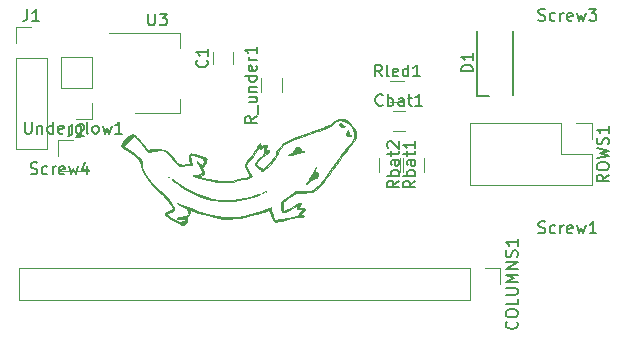
<source format=gbr>
G04 #@! TF.FileFunction,Legend,Top*
%FSLAX46Y46*%
G04 Gerber Fmt 4.6, Leading zero omitted, Abs format (unit mm)*
G04 Created by KiCad (PCBNEW 4.0.7) date 07/22/18 11:21:55*
%MOMM*%
%LPD*%
G01*
G04 APERTURE LIST*
%ADD10C,0.100000*%
%ADD11C,0.120000*%
%ADD12C,0.150000*%
%ADD13C,0.010000*%
G04 APERTURE END LIST*
D10*
D11*
X30011000Y-15375000D02*
X30011000Y-16375000D01*
X31711000Y-16375000D02*
X31711000Y-15375000D01*
X46220000Y-20359000D02*
X45220000Y-20359000D01*
X45220000Y-22059000D02*
X46220000Y-22059000D01*
D12*
X55348000Y-13556000D02*
X55348000Y-18956000D01*
X52348000Y-13556000D02*
X52348000Y-19056000D01*
X53348000Y-19056000D02*
X52348000Y-19056000D01*
D11*
X13275000Y-23555000D02*
X15935000Y-23555000D01*
X13275000Y-15875000D02*
X13275000Y-23555000D01*
X15935000Y-15875000D02*
X15935000Y-23555000D01*
X13275000Y-15875000D02*
X15935000Y-15875000D01*
X13275000Y-14605000D02*
X13275000Y-13275000D01*
X13275000Y-13275000D02*
X14605000Y-13275000D01*
X27183000Y-20555000D02*
X27183000Y-19295000D01*
X27183000Y-13735000D02*
X27183000Y-14995000D01*
X23423000Y-20555000D02*
X27183000Y-20555000D01*
X21173000Y-13735000D02*
X27183000Y-13735000D01*
X13570000Y-33670000D02*
X13570000Y-36330000D01*
X51730000Y-33670000D02*
X13570000Y-33670000D01*
X51730000Y-36330000D02*
X13570000Y-36330000D01*
X51730000Y-33670000D02*
X51730000Y-36330000D01*
X53000000Y-33670000D02*
X54330000Y-33670000D01*
X54330000Y-33670000D02*
X54330000Y-35000000D01*
X35805000Y-17561000D02*
X35805000Y-18761000D01*
X34045000Y-18761000D02*
X34045000Y-17561000D01*
X19745000Y-15815000D02*
X17085000Y-15815000D01*
X19745000Y-18415000D02*
X19745000Y-15815000D01*
X17085000Y-18415000D02*
X17085000Y-15815000D01*
X19745000Y-18415000D02*
X17085000Y-18415000D01*
X19745000Y-19685000D02*
X19745000Y-21015000D01*
X19745000Y-21015000D02*
X18415000Y-21015000D01*
X51756000Y-21403000D02*
X51756000Y-26603000D01*
X59436000Y-21403000D02*
X51756000Y-21403000D01*
X62036000Y-26603000D02*
X51756000Y-26603000D01*
X59436000Y-21403000D02*
X59436000Y-24003000D01*
X59436000Y-24003000D02*
X62036000Y-24003000D01*
X62036000Y-24003000D02*
X62036000Y-26603000D01*
X60706000Y-21403000D02*
X62036000Y-21403000D01*
X62036000Y-21403000D02*
X62036000Y-22733000D01*
X44078000Y-25492000D02*
X44078000Y-24292000D01*
X45838000Y-24292000D02*
X45838000Y-25492000D01*
X47870000Y-24292000D02*
X47870000Y-25492000D01*
X46110000Y-25492000D02*
X46110000Y-24292000D01*
X46193000Y-19549000D02*
X44993000Y-19549000D01*
X44993000Y-17789000D02*
X46193000Y-17789000D01*
X16831000Y-25460000D02*
X19491000Y-25460000D01*
X16831000Y-25400000D02*
X16831000Y-25460000D01*
X19491000Y-25400000D02*
X19491000Y-25460000D01*
X16831000Y-25400000D02*
X19491000Y-25400000D01*
X16831000Y-24130000D02*
X16831000Y-22800000D01*
X16831000Y-22800000D02*
X18161000Y-22800000D01*
D13*
G36*
X22263922Y-23159944D02*
X22359012Y-22957670D01*
X22487737Y-22762256D01*
X22601810Y-22638859D01*
X22804721Y-22489747D01*
X23013992Y-22376047D01*
X23021014Y-22373171D01*
X23164175Y-22332000D01*
X23285350Y-22357452D01*
X23436483Y-22465938D01*
X23505828Y-22526348D01*
X23685457Y-22706323D01*
X23903221Y-22953395D01*
X24113757Y-23215945D01*
X24125341Y-23231293D01*
X24475050Y-23696526D01*
X24741396Y-23604372D01*
X25072219Y-23540709D01*
X25447726Y-23544871D01*
X25802793Y-23611928D01*
X26017289Y-23700983D01*
X26203194Y-23843288D01*
X26407158Y-24049855D01*
X26510413Y-24176753D01*
X26768126Y-24502439D01*
X26982894Y-24717636D01*
X27179037Y-24840475D01*
X27380870Y-24889088D01*
X27469462Y-24891797D01*
X27703605Y-24871164D01*
X27900858Y-24826296D01*
X27929765Y-24814960D01*
X28030432Y-24753133D01*
X28046817Y-24664158D01*
X27988090Y-24497146D01*
X27987340Y-24495356D01*
X27922360Y-24238487D01*
X27960403Y-24047608D01*
X28096086Y-23944395D01*
X28125849Y-23937578D01*
X28250266Y-23948759D01*
X28459122Y-23998406D01*
X28714561Y-24073863D01*
X28978729Y-24162476D01*
X29213771Y-24251592D01*
X29381834Y-24328555D01*
X29444917Y-24378522D01*
X29408776Y-24470667D01*
X29396566Y-24482996D01*
X29375890Y-24581952D01*
X29401415Y-24670716D01*
X29417247Y-24788635D01*
X29348429Y-24827368D01*
X29265668Y-24886989D01*
X29266509Y-24933926D01*
X29237708Y-25011884D01*
X29175895Y-25032216D01*
X29104603Y-25059777D01*
X29094597Y-25146441D01*
X29142895Y-25328260D01*
X29149643Y-25349412D01*
X29203845Y-25543292D01*
X29194815Y-25655895D01*
X29108771Y-25742409D01*
X29040023Y-25788323D01*
X28832423Y-25922140D01*
X29580776Y-26090430D01*
X30106343Y-26196441D01*
X30564242Y-26257383D01*
X31022285Y-26280261D01*
X31387902Y-26277160D01*
X31598725Y-26255675D01*
X31881540Y-26205920D01*
X32197862Y-26137284D01*
X32509207Y-26059151D01*
X32777085Y-25980909D01*
X32963011Y-25911943D01*
X33018638Y-25879447D01*
X33045047Y-25806735D01*
X33007221Y-25670833D01*
X32897140Y-25445702D01*
X32869027Y-25393684D01*
X32756981Y-25163167D01*
X32689742Y-24974146D01*
X32680801Y-24874532D01*
X32741954Y-24776235D01*
X32873798Y-24597271D01*
X33053520Y-24367982D01*
X33162171Y-24234259D01*
X33375705Y-23958848D01*
X33567280Y-23683638D01*
X33706163Y-23453820D01*
X33740490Y-23383787D01*
X33857237Y-23154483D01*
X33946315Y-23066996D01*
X34007411Y-23121532D01*
X34026194Y-23195291D01*
X34060638Y-23286601D01*
X34145348Y-23298297D01*
X34293836Y-23250433D01*
X34462745Y-23196494D01*
X34533041Y-23218517D01*
X34522769Y-23339076D01*
X34480502Y-23483959D01*
X34438465Y-23639134D01*
X34462121Y-23693763D01*
X34571953Y-23685225D01*
X34589151Y-23682215D01*
X34740391Y-23679669D01*
X34768451Y-23742263D01*
X34675717Y-23862343D01*
X34564998Y-23952427D01*
X34544721Y-23837431D01*
X34574155Y-23795395D01*
X34532119Y-23765962D01*
X34502686Y-23807997D01*
X34544721Y-23837431D01*
X34564998Y-23952427D01*
X34484442Y-24017971D01*
X34176872Y-24254409D01*
X33923016Y-24475595D01*
X33742621Y-24662313D01*
X33655436Y-24795348D01*
X33651030Y-24828927D01*
X33716942Y-24922738D01*
X33864060Y-25051254D01*
X33940492Y-25106213D01*
X34213682Y-25291212D01*
X34593683Y-24944857D01*
X34812721Y-24724037D01*
X35019001Y-24479652D01*
X35189701Y-24243239D01*
X35302002Y-24046334D01*
X35333479Y-23922515D01*
X35365581Y-23791225D01*
X35473472Y-23601719D01*
X35627860Y-23395906D01*
X35799456Y-23215694D01*
X35866174Y-23160300D01*
X36144994Y-22978704D01*
X36516715Y-22787010D01*
X36992889Y-22580288D01*
X37585069Y-22353605D01*
X38304807Y-22102030D01*
X38491935Y-22039353D01*
X38966896Y-21879888D01*
X39324734Y-21754839D01*
X39586705Y-21654831D01*
X39774065Y-21570488D01*
X39908070Y-21492434D01*
X40009977Y-21411293D01*
X40082899Y-21337616D01*
X40269126Y-21168473D01*
X40474487Y-21071250D01*
X40688389Y-21022399D01*
X40938943Y-20992529D01*
X41121535Y-21019344D01*
X41306224Y-21114616D01*
X41330416Y-21130265D01*
X41567819Y-21329768D01*
X41796446Y-21595255D01*
X41981692Y-21879613D01*
X42088952Y-22135727D01*
X42097126Y-22174129D01*
X42101394Y-22393274D01*
X42061911Y-22635779D01*
X42057149Y-22652817D01*
X41954016Y-22869603D01*
X41789278Y-23091598D01*
X41729814Y-23152681D01*
X41619357Y-23276834D01*
X41441190Y-23501293D01*
X41209782Y-23806730D01*
X40939600Y-24173813D01*
X40645113Y-24583211D01*
X40414592Y-24909846D01*
X40103294Y-25347513D01*
X39796948Y-25765164D01*
X39511879Y-26141521D01*
X39264414Y-26455295D01*
X39070880Y-26685206D01*
X38976471Y-26784628D01*
X38768091Y-26965248D01*
X38565521Y-27093147D01*
X38335385Y-27178832D01*
X38044308Y-27232809D01*
X37658914Y-27265586D01*
X37410148Y-27277739D01*
X37179132Y-27291742D01*
X37007010Y-27322774D01*
X36848595Y-27388967D01*
X36658693Y-27508451D01*
X36432505Y-27670006D01*
X36186256Y-27851868D01*
X36034160Y-27981876D01*
X35952582Y-28092983D01*
X35917883Y-28218139D01*
X35906428Y-28390296D01*
X35905917Y-28404107D01*
X35899337Y-28618491D01*
X35897279Y-28764567D01*
X35898472Y-28798439D01*
X35963380Y-28807433D01*
X36119995Y-28760465D01*
X36333336Y-28672397D01*
X36568421Y-28558094D01*
X36790269Y-28432417D01*
X36849632Y-28394307D01*
X37129498Y-28221702D01*
X37310235Y-28143941D01*
X37399935Y-28158030D01*
X37411767Y-28186474D01*
X37379331Y-28288353D01*
X37331983Y-28356274D01*
X37274828Y-28471881D01*
X37346837Y-28539680D01*
X37550660Y-28564946D01*
X37731518Y-28594611D01*
X37775364Y-28672013D01*
X37682151Y-28796865D01*
X37598668Y-28866026D01*
X37470335Y-28973291D01*
X37450878Y-29043102D01*
X37531307Y-29122709D01*
X37547445Y-29135320D01*
X37652801Y-29241173D01*
X37635927Y-29306708D01*
X37489782Y-29336570D01*
X37242231Y-29336799D01*
X36976474Y-29345897D01*
X36659574Y-29395831D01*
X36256191Y-29492791D01*
X36088371Y-29538889D01*
X35766818Y-29625087D01*
X35491238Y-29691115D01*
X35294870Y-29729484D01*
X35222650Y-29734780D01*
X35195553Y-29581103D01*
X36306554Y-29385203D01*
X36748005Y-29304363D01*
X37056004Y-29240502D01*
X37240906Y-29190969D01*
X37313070Y-29153110D01*
X37299620Y-29130872D01*
X37240159Y-29076403D01*
X37277179Y-28994650D01*
X37387832Y-28884597D01*
X37593977Y-28696755D01*
X37314826Y-28656208D01*
X37137669Y-28625050D01*
X37078114Y-28581587D01*
X37109909Y-28494198D01*
X37139320Y-28444811D01*
X37207025Y-28326329D01*
X37191137Y-28309913D01*
X37110390Y-28357930D01*
X36703911Y-28598472D01*
X36351957Y-28773272D01*
X36071610Y-28875415D01*
X35879954Y-28897991D01*
X35824264Y-28878384D01*
X35798620Y-28793608D01*
X35784269Y-28613969D01*
X35783059Y-28503345D01*
X35768527Y-28259920D01*
X35721308Y-28136969D01*
X35707600Y-28128155D01*
X35731933Y-28077755D01*
X35856713Y-27963901D01*
X36061565Y-27803561D01*
X36322015Y-27616537D01*
X37015381Y-27136366D01*
X37480151Y-27139935D01*
X37893793Y-27133200D01*
X38202213Y-27097253D01*
X38444372Y-27019524D01*
X38659235Y-26887441D01*
X38885762Y-26688436D01*
X38888858Y-26685447D01*
X39148661Y-26407456D01*
X39460021Y-26024600D01*
X39827261Y-25531076D01*
X40254708Y-24921082D01*
X40726917Y-24218702D01*
X40948041Y-23899661D01*
X41168205Y-23608191D01*
X41362492Y-23375720D01*
X41505993Y-23233674D01*
X41510585Y-23230118D01*
X41794700Y-22936801D01*
X41943231Y-22600855D01*
X41954550Y-22235536D01*
X41827028Y-21854093D01*
X41704464Y-21652575D01*
X41415869Y-21338407D01*
X41097896Y-21158154D01*
X40767174Y-21112905D01*
X40440338Y-21203749D01*
X40134017Y-21431775D01*
X40035474Y-21543265D01*
X39928121Y-21626640D01*
X39719728Y-21728098D01*
X39397903Y-21852806D01*
X38950254Y-22005925D01*
X38834137Y-22043780D01*
X38079912Y-22293171D01*
X37452578Y-22514070D01*
X36938456Y-22714137D01*
X36523867Y-22901028D01*
X36195133Y-23082398D01*
X35938574Y-23265904D01*
X35740513Y-23459204D01*
X35587269Y-23669954D01*
X35465164Y-23905811D01*
X35451521Y-23937175D01*
X35131424Y-24507532D01*
X34694399Y-25011255D01*
X34410060Y-25251171D01*
X34218187Y-25391354D01*
X34111873Y-25451998D01*
X34062717Y-25443456D01*
X34043785Y-25384664D01*
X33979907Y-25293478D01*
X33836061Y-25162611D01*
X33756157Y-25101527D01*
X33605822Y-24977831D01*
X33537756Y-24865150D01*
X33559113Y-24740557D01*
X33677049Y-24581120D01*
X33898715Y-24363908D01*
X34020822Y-24253204D01*
X34210693Y-24070758D01*
X34329302Y-23931763D01*
X34358942Y-23857877D01*
X34348967Y-23851820D01*
X34290411Y-23809837D01*
X34300064Y-23693084D01*
X34331745Y-23589344D01*
X34374610Y-23422332D01*
X34340992Y-23366354D01*
X34215346Y-23412374D01*
X34120365Y-23466497D01*
X33988952Y-23523406D01*
X33918834Y-23479723D01*
X33903994Y-23449381D01*
X33861335Y-23390343D01*
X33818570Y-23453362D01*
X33793287Y-23527783D01*
X33722353Y-23665630D01*
X33580499Y-23879898D01*
X33391107Y-24136671D01*
X33255185Y-24308338D01*
X33058407Y-24561519D01*
X32904895Y-24781336D01*
X32813499Y-24939407D01*
X32796657Y-24998604D01*
X32843176Y-25112276D01*
X32945644Y-25302806D01*
X33060446Y-25494193D01*
X33305772Y-25885068D01*
X33160925Y-25959551D01*
X33036205Y-26003529D01*
X32802488Y-26068782D01*
X32492795Y-26146629D01*
X32140147Y-26228391D01*
X32126998Y-26231314D01*
X31713789Y-26318469D01*
X31394439Y-26371993D01*
X31122801Y-26396514D01*
X30852723Y-26396659D01*
X30615146Y-26382954D01*
X30321393Y-26348538D01*
X29968453Y-26287606D01*
X29586970Y-26207796D01*
X29207593Y-26116751D01*
X28860965Y-26022110D01*
X28577733Y-25931516D01*
X28388543Y-25852608D01*
X28332780Y-25813899D01*
X28306250Y-25757623D01*
X28399175Y-25766156D01*
X28406661Y-25767994D01*
X28649075Y-25781226D01*
X28883212Y-25720442D01*
X29044231Y-25602761D01*
X29046972Y-25598933D01*
X29087060Y-25517506D01*
X29077165Y-25424067D01*
X29005132Y-25283407D01*
X28863212Y-25066823D01*
X28735044Y-24861591D01*
X28653529Y-24700383D01*
X28623785Y-24602937D01*
X28650930Y-24588994D01*
X28740082Y-24678293D01*
X28773250Y-24719826D01*
X28898024Y-24847266D01*
X29021970Y-24927029D01*
X29113041Y-24948366D01*
X29139188Y-24900520D01*
X29109495Y-24832653D01*
X29104668Y-24738615D01*
X29157614Y-24713632D01*
X29225549Y-24655352D01*
X29198297Y-24547553D01*
X29170489Y-24441771D01*
X29222563Y-24437087D01*
X29301673Y-24449085D01*
X29307823Y-24436868D01*
X29237075Y-24382171D01*
X29065373Y-24305614D01*
X28832662Y-24220167D01*
X28578888Y-24138800D01*
X28343998Y-24074485D01*
X28167939Y-24040193D01*
X28095873Y-24043337D01*
X28044502Y-24106533D01*
X28044144Y-24227558D01*
X28096127Y-24441311D01*
X28113279Y-24499448D01*
X28231901Y-24894757D01*
X27720969Y-24955374D01*
X27424835Y-24980535D01*
X27202109Y-24962333D01*
X27017171Y-24882937D01*
X26834404Y-24724513D01*
X26618193Y-24469229D01*
X26533551Y-24360842D01*
X26300664Y-24093464D01*
X26061177Y-23874303D01*
X25893560Y-23761230D01*
X25729848Y-23686509D01*
X25577898Y-23652129D01*
X25391105Y-23655405D01*
X25122867Y-23693654D01*
X25022263Y-23711069D01*
X24444734Y-23812903D01*
X24064216Y-23326565D01*
X23858410Y-23071042D01*
X23657464Y-22834117D01*
X23498884Y-22659764D01*
X23474722Y-22635457D01*
X23265748Y-22430687D01*
X23002039Y-22776463D01*
X22828569Y-22986491D01*
X22660873Y-23161494D01*
X22571329Y-23236998D01*
X22404329Y-23351755D01*
X23024519Y-23763398D01*
X23385628Y-24009237D01*
X23640156Y-24202621D01*
X23806572Y-24364772D01*
X23903348Y-24516909D01*
X23948954Y-24680256D01*
X23961179Y-24839538D01*
X23989163Y-25072137D01*
X24071999Y-25316949D01*
X24226744Y-25623612D01*
X24236807Y-25641698D01*
X24484862Y-26049572D01*
X24749054Y-26398525D01*
X25064286Y-26728526D01*
X25465457Y-27079545D01*
X25558103Y-27155005D01*
X26016560Y-27570502D01*
X26381577Y-27996213D01*
X26633526Y-28408310D01*
X26681650Y-28519320D01*
X26723551Y-28644730D01*
X26706871Y-28722394D01*
X26605133Y-28784118D01*
X26398591Y-28859379D01*
X26191134Y-28945593D01*
X26052446Y-29030641D01*
X26019304Y-29074138D01*
X26074256Y-29142576D01*
X26232690Y-29255459D01*
X26467176Y-29394549D01*
X26638485Y-29485829D01*
X26981884Y-29660662D01*
X27214572Y-29775331D01*
X27354559Y-29836735D01*
X27419854Y-29851771D01*
X27428463Y-29827341D01*
X27403629Y-29778966D01*
X27386650Y-29700186D01*
X27453980Y-29696737D01*
X27552474Y-29657564D01*
X27579424Y-29564917D01*
X27571731Y-29471838D01*
X27503841Y-29439510D01*
X27339664Y-29455952D01*
X27281243Y-29465945D01*
X27078736Y-29486072D01*
X26938886Y-29471590D01*
X26913769Y-29457049D01*
X26944622Y-29408718D01*
X27106045Y-29355076D01*
X27294727Y-29316185D01*
X27628921Y-29241548D01*
X27833429Y-29152473D01*
X27923680Y-29037411D01*
X27915101Y-28884813D01*
X27906369Y-28858322D01*
X27800601Y-28683362D01*
X27685998Y-28583975D01*
X27527028Y-28498107D01*
X27311891Y-28383466D01*
X27235447Y-28343035D01*
X27033145Y-28228533D01*
X26954015Y-28166303D01*
X26986559Y-28154470D01*
X27119282Y-28191164D01*
X27340688Y-28274512D01*
X27639281Y-28402642D01*
X27660647Y-28412277D01*
X28122739Y-28601762D01*
X28661033Y-28791111D01*
X29236768Y-28969340D01*
X29811184Y-29125461D01*
X30345520Y-29248490D01*
X30801018Y-29327438D01*
X30946789Y-29343721D01*
X31438807Y-29353019D01*
X32009917Y-29308515D01*
X32623286Y-29217974D01*
X33242079Y-29089152D01*
X33829463Y-28929811D01*
X34348604Y-28747714D01*
X34762668Y-28550618D01*
X34791390Y-28533691D01*
X34872774Y-28513270D01*
X34883051Y-28611720D01*
X34883041Y-28611809D01*
X34900223Y-28753935D01*
X34961525Y-28974778D01*
X35031129Y-29167950D01*
X35195553Y-29581103D01*
X35222650Y-29734780D01*
X35216954Y-29735197D01*
X35140446Y-29657975D01*
X35040961Y-29468089D01*
X34932908Y-29193123D01*
X34931310Y-29188535D01*
X34831489Y-28918266D01*
X34756639Y-28765402D01*
X34692905Y-28707494D01*
X34639089Y-28715183D01*
X34509459Y-28778374D01*
X34311364Y-28874750D01*
X34224482Y-28916980D01*
X34005401Y-28996701D01*
X33655530Y-29088738D01*
X33188391Y-29189867D01*
X32668669Y-29287812D01*
X32175000Y-29372721D01*
X31794217Y-29430157D01*
X31497251Y-29462920D01*
X31255038Y-29473802D01*
X31038508Y-29465599D01*
X30929579Y-29455079D01*
X30422279Y-29377578D01*
X29842365Y-29256460D01*
X29250247Y-29106174D01*
X28706332Y-28941170D01*
X28542683Y-28884127D01*
X28002463Y-28687874D01*
X28020416Y-28918045D01*
X27986895Y-29139529D01*
X27890642Y-29246700D01*
X27784653Y-29347732D01*
X27762793Y-29416625D01*
X27761201Y-29631387D01*
X27671087Y-29843576D01*
X27613144Y-29910499D01*
X27517807Y-29969346D01*
X27398517Y-29965749D01*
X27209752Y-29895527D01*
X27147849Y-29867747D01*
X26654123Y-29632538D01*
X26293258Y-29435365D01*
X26059997Y-29269654D01*
X25949083Y-29128833D01*
X25955260Y-29006331D01*
X26073271Y-28895574D01*
X26288643Y-28793521D01*
X26640861Y-28657724D01*
X26507828Y-28419234D01*
X26124065Y-27857585D01*
X25632568Y-27367208D01*
X25502789Y-27262263D01*
X24982392Y-26804156D01*
X24540215Y-26309287D01*
X24191992Y-25799878D01*
X23953467Y-25298156D01*
X23855265Y-24935832D01*
X23802102Y-24672976D01*
X23734762Y-24499726D01*
X23624865Y-24361238D01*
X23500009Y-24249358D01*
X23288348Y-24086744D01*
X23014309Y-23896858D01*
X22771248Y-23741891D01*
X22539565Y-23601226D01*
X22353573Y-23487787D01*
X22251143Y-23424676D01*
X22247967Y-23422668D01*
X22220797Y-23328477D01*
X22263922Y-23159944D01*
X22263922Y-23159944D01*
G37*
X22263922Y-23159944D02*
X22359012Y-22957670D01*
X22487737Y-22762256D01*
X22601810Y-22638859D01*
X22804721Y-22489747D01*
X23013992Y-22376047D01*
X23021014Y-22373171D01*
X23164175Y-22332000D01*
X23285350Y-22357452D01*
X23436483Y-22465938D01*
X23505828Y-22526348D01*
X23685457Y-22706323D01*
X23903221Y-22953395D01*
X24113757Y-23215945D01*
X24125341Y-23231293D01*
X24475050Y-23696526D01*
X24741396Y-23604372D01*
X25072219Y-23540709D01*
X25447726Y-23544871D01*
X25802793Y-23611928D01*
X26017289Y-23700983D01*
X26203194Y-23843288D01*
X26407158Y-24049855D01*
X26510413Y-24176753D01*
X26768126Y-24502439D01*
X26982894Y-24717636D01*
X27179037Y-24840475D01*
X27380870Y-24889088D01*
X27469462Y-24891797D01*
X27703605Y-24871164D01*
X27900858Y-24826296D01*
X27929765Y-24814960D01*
X28030432Y-24753133D01*
X28046817Y-24664158D01*
X27988090Y-24497146D01*
X27987340Y-24495356D01*
X27922360Y-24238487D01*
X27960403Y-24047608D01*
X28096086Y-23944395D01*
X28125849Y-23937578D01*
X28250266Y-23948759D01*
X28459122Y-23998406D01*
X28714561Y-24073863D01*
X28978729Y-24162476D01*
X29213771Y-24251592D01*
X29381834Y-24328555D01*
X29444917Y-24378522D01*
X29408776Y-24470667D01*
X29396566Y-24482996D01*
X29375890Y-24581952D01*
X29401415Y-24670716D01*
X29417247Y-24788635D01*
X29348429Y-24827368D01*
X29265668Y-24886989D01*
X29266509Y-24933926D01*
X29237708Y-25011884D01*
X29175895Y-25032216D01*
X29104603Y-25059777D01*
X29094597Y-25146441D01*
X29142895Y-25328260D01*
X29149643Y-25349412D01*
X29203845Y-25543292D01*
X29194815Y-25655895D01*
X29108771Y-25742409D01*
X29040023Y-25788323D01*
X28832423Y-25922140D01*
X29580776Y-26090430D01*
X30106343Y-26196441D01*
X30564242Y-26257383D01*
X31022285Y-26280261D01*
X31387902Y-26277160D01*
X31598725Y-26255675D01*
X31881540Y-26205920D01*
X32197862Y-26137284D01*
X32509207Y-26059151D01*
X32777085Y-25980909D01*
X32963011Y-25911943D01*
X33018638Y-25879447D01*
X33045047Y-25806735D01*
X33007221Y-25670833D01*
X32897140Y-25445702D01*
X32869027Y-25393684D01*
X32756981Y-25163167D01*
X32689742Y-24974146D01*
X32680801Y-24874532D01*
X32741954Y-24776235D01*
X32873798Y-24597271D01*
X33053520Y-24367982D01*
X33162171Y-24234259D01*
X33375705Y-23958848D01*
X33567280Y-23683638D01*
X33706163Y-23453820D01*
X33740490Y-23383787D01*
X33857237Y-23154483D01*
X33946315Y-23066996D01*
X34007411Y-23121532D01*
X34026194Y-23195291D01*
X34060638Y-23286601D01*
X34145348Y-23298297D01*
X34293836Y-23250433D01*
X34462745Y-23196494D01*
X34533041Y-23218517D01*
X34522769Y-23339076D01*
X34480502Y-23483959D01*
X34438465Y-23639134D01*
X34462121Y-23693763D01*
X34571953Y-23685225D01*
X34589151Y-23682215D01*
X34740391Y-23679669D01*
X34768451Y-23742263D01*
X34675717Y-23862343D01*
X34564998Y-23952427D01*
X34544721Y-23837431D01*
X34574155Y-23795395D01*
X34532119Y-23765962D01*
X34502686Y-23807997D01*
X34544721Y-23837431D01*
X34564998Y-23952427D01*
X34484442Y-24017971D01*
X34176872Y-24254409D01*
X33923016Y-24475595D01*
X33742621Y-24662313D01*
X33655436Y-24795348D01*
X33651030Y-24828927D01*
X33716942Y-24922738D01*
X33864060Y-25051254D01*
X33940492Y-25106213D01*
X34213682Y-25291212D01*
X34593683Y-24944857D01*
X34812721Y-24724037D01*
X35019001Y-24479652D01*
X35189701Y-24243239D01*
X35302002Y-24046334D01*
X35333479Y-23922515D01*
X35365581Y-23791225D01*
X35473472Y-23601719D01*
X35627860Y-23395906D01*
X35799456Y-23215694D01*
X35866174Y-23160300D01*
X36144994Y-22978704D01*
X36516715Y-22787010D01*
X36992889Y-22580288D01*
X37585069Y-22353605D01*
X38304807Y-22102030D01*
X38491935Y-22039353D01*
X38966896Y-21879888D01*
X39324734Y-21754839D01*
X39586705Y-21654831D01*
X39774065Y-21570488D01*
X39908070Y-21492434D01*
X40009977Y-21411293D01*
X40082899Y-21337616D01*
X40269126Y-21168473D01*
X40474487Y-21071250D01*
X40688389Y-21022399D01*
X40938943Y-20992529D01*
X41121535Y-21019344D01*
X41306224Y-21114616D01*
X41330416Y-21130265D01*
X41567819Y-21329768D01*
X41796446Y-21595255D01*
X41981692Y-21879613D01*
X42088952Y-22135727D01*
X42097126Y-22174129D01*
X42101394Y-22393274D01*
X42061911Y-22635779D01*
X42057149Y-22652817D01*
X41954016Y-22869603D01*
X41789278Y-23091598D01*
X41729814Y-23152681D01*
X41619357Y-23276834D01*
X41441190Y-23501293D01*
X41209782Y-23806730D01*
X40939600Y-24173813D01*
X40645113Y-24583211D01*
X40414592Y-24909846D01*
X40103294Y-25347513D01*
X39796948Y-25765164D01*
X39511879Y-26141521D01*
X39264414Y-26455295D01*
X39070880Y-26685206D01*
X38976471Y-26784628D01*
X38768091Y-26965248D01*
X38565521Y-27093147D01*
X38335385Y-27178832D01*
X38044308Y-27232809D01*
X37658914Y-27265586D01*
X37410148Y-27277739D01*
X37179132Y-27291742D01*
X37007010Y-27322774D01*
X36848595Y-27388967D01*
X36658693Y-27508451D01*
X36432505Y-27670006D01*
X36186256Y-27851868D01*
X36034160Y-27981876D01*
X35952582Y-28092983D01*
X35917883Y-28218139D01*
X35906428Y-28390296D01*
X35905917Y-28404107D01*
X35899337Y-28618491D01*
X35897279Y-28764567D01*
X35898472Y-28798439D01*
X35963380Y-28807433D01*
X36119995Y-28760465D01*
X36333336Y-28672397D01*
X36568421Y-28558094D01*
X36790269Y-28432417D01*
X36849632Y-28394307D01*
X37129498Y-28221702D01*
X37310235Y-28143941D01*
X37399935Y-28158030D01*
X37411767Y-28186474D01*
X37379331Y-28288353D01*
X37331983Y-28356274D01*
X37274828Y-28471881D01*
X37346837Y-28539680D01*
X37550660Y-28564946D01*
X37731518Y-28594611D01*
X37775364Y-28672013D01*
X37682151Y-28796865D01*
X37598668Y-28866026D01*
X37470335Y-28973291D01*
X37450878Y-29043102D01*
X37531307Y-29122709D01*
X37547445Y-29135320D01*
X37652801Y-29241173D01*
X37635927Y-29306708D01*
X37489782Y-29336570D01*
X37242231Y-29336799D01*
X36976474Y-29345897D01*
X36659574Y-29395831D01*
X36256191Y-29492791D01*
X36088371Y-29538889D01*
X35766818Y-29625087D01*
X35491238Y-29691115D01*
X35294870Y-29729484D01*
X35222650Y-29734780D01*
X35195553Y-29581103D01*
X36306554Y-29385203D01*
X36748005Y-29304363D01*
X37056004Y-29240502D01*
X37240906Y-29190969D01*
X37313070Y-29153110D01*
X37299620Y-29130872D01*
X37240159Y-29076403D01*
X37277179Y-28994650D01*
X37387832Y-28884597D01*
X37593977Y-28696755D01*
X37314826Y-28656208D01*
X37137669Y-28625050D01*
X37078114Y-28581587D01*
X37109909Y-28494198D01*
X37139320Y-28444811D01*
X37207025Y-28326329D01*
X37191137Y-28309913D01*
X37110390Y-28357930D01*
X36703911Y-28598472D01*
X36351957Y-28773272D01*
X36071610Y-28875415D01*
X35879954Y-28897991D01*
X35824264Y-28878384D01*
X35798620Y-28793608D01*
X35784269Y-28613969D01*
X35783059Y-28503345D01*
X35768527Y-28259920D01*
X35721308Y-28136969D01*
X35707600Y-28128155D01*
X35731933Y-28077755D01*
X35856713Y-27963901D01*
X36061565Y-27803561D01*
X36322015Y-27616537D01*
X37015381Y-27136366D01*
X37480151Y-27139935D01*
X37893793Y-27133200D01*
X38202213Y-27097253D01*
X38444372Y-27019524D01*
X38659235Y-26887441D01*
X38885762Y-26688436D01*
X38888858Y-26685447D01*
X39148661Y-26407456D01*
X39460021Y-26024600D01*
X39827261Y-25531076D01*
X40254708Y-24921082D01*
X40726917Y-24218702D01*
X40948041Y-23899661D01*
X41168205Y-23608191D01*
X41362492Y-23375720D01*
X41505993Y-23233674D01*
X41510585Y-23230118D01*
X41794700Y-22936801D01*
X41943231Y-22600855D01*
X41954550Y-22235536D01*
X41827028Y-21854093D01*
X41704464Y-21652575D01*
X41415869Y-21338407D01*
X41097896Y-21158154D01*
X40767174Y-21112905D01*
X40440338Y-21203749D01*
X40134017Y-21431775D01*
X40035474Y-21543265D01*
X39928121Y-21626640D01*
X39719728Y-21728098D01*
X39397903Y-21852806D01*
X38950254Y-22005925D01*
X38834137Y-22043780D01*
X38079912Y-22293171D01*
X37452578Y-22514070D01*
X36938456Y-22714137D01*
X36523867Y-22901028D01*
X36195133Y-23082398D01*
X35938574Y-23265904D01*
X35740513Y-23459204D01*
X35587269Y-23669954D01*
X35465164Y-23905811D01*
X35451521Y-23937175D01*
X35131424Y-24507532D01*
X34694399Y-25011255D01*
X34410060Y-25251171D01*
X34218187Y-25391354D01*
X34111873Y-25451998D01*
X34062717Y-25443456D01*
X34043785Y-25384664D01*
X33979907Y-25293478D01*
X33836061Y-25162611D01*
X33756157Y-25101527D01*
X33605822Y-24977831D01*
X33537756Y-24865150D01*
X33559113Y-24740557D01*
X33677049Y-24581120D01*
X33898715Y-24363908D01*
X34020822Y-24253204D01*
X34210693Y-24070758D01*
X34329302Y-23931763D01*
X34358942Y-23857877D01*
X34348967Y-23851820D01*
X34290411Y-23809837D01*
X34300064Y-23693084D01*
X34331745Y-23589344D01*
X34374610Y-23422332D01*
X34340992Y-23366354D01*
X34215346Y-23412374D01*
X34120365Y-23466497D01*
X33988952Y-23523406D01*
X33918834Y-23479723D01*
X33903994Y-23449381D01*
X33861335Y-23390343D01*
X33818570Y-23453362D01*
X33793287Y-23527783D01*
X33722353Y-23665630D01*
X33580499Y-23879898D01*
X33391107Y-24136671D01*
X33255185Y-24308338D01*
X33058407Y-24561519D01*
X32904895Y-24781336D01*
X32813499Y-24939407D01*
X32796657Y-24998604D01*
X32843176Y-25112276D01*
X32945644Y-25302806D01*
X33060446Y-25494193D01*
X33305772Y-25885068D01*
X33160925Y-25959551D01*
X33036205Y-26003529D01*
X32802488Y-26068782D01*
X32492795Y-26146629D01*
X32140147Y-26228391D01*
X32126998Y-26231314D01*
X31713789Y-26318469D01*
X31394439Y-26371993D01*
X31122801Y-26396514D01*
X30852723Y-26396659D01*
X30615146Y-26382954D01*
X30321393Y-26348538D01*
X29968453Y-26287606D01*
X29586970Y-26207796D01*
X29207593Y-26116751D01*
X28860965Y-26022110D01*
X28577733Y-25931516D01*
X28388543Y-25852608D01*
X28332780Y-25813899D01*
X28306250Y-25757623D01*
X28399175Y-25766156D01*
X28406661Y-25767994D01*
X28649075Y-25781226D01*
X28883212Y-25720442D01*
X29044231Y-25602761D01*
X29046972Y-25598933D01*
X29087060Y-25517506D01*
X29077165Y-25424067D01*
X29005132Y-25283407D01*
X28863212Y-25066823D01*
X28735044Y-24861591D01*
X28653529Y-24700383D01*
X28623785Y-24602937D01*
X28650930Y-24588994D01*
X28740082Y-24678293D01*
X28773250Y-24719826D01*
X28898024Y-24847266D01*
X29021970Y-24927029D01*
X29113041Y-24948366D01*
X29139188Y-24900520D01*
X29109495Y-24832653D01*
X29104668Y-24738615D01*
X29157614Y-24713632D01*
X29225549Y-24655352D01*
X29198297Y-24547553D01*
X29170489Y-24441771D01*
X29222563Y-24437087D01*
X29301673Y-24449085D01*
X29307823Y-24436868D01*
X29237075Y-24382171D01*
X29065373Y-24305614D01*
X28832662Y-24220167D01*
X28578888Y-24138800D01*
X28343998Y-24074485D01*
X28167939Y-24040193D01*
X28095873Y-24043337D01*
X28044502Y-24106533D01*
X28044144Y-24227558D01*
X28096127Y-24441311D01*
X28113279Y-24499448D01*
X28231901Y-24894757D01*
X27720969Y-24955374D01*
X27424835Y-24980535D01*
X27202109Y-24962333D01*
X27017171Y-24882937D01*
X26834404Y-24724513D01*
X26618193Y-24469229D01*
X26533551Y-24360842D01*
X26300664Y-24093464D01*
X26061177Y-23874303D01*
X25893560Y-23761230D01*
X25729848Y-23686509D01*
X25577898Y-23652129D01*
X25391105Y-23655405D01*
X25122867Y-23693654D01*
X25022263Y-23711069D01*
X24444734Y-23812903D01*
X24064216Y-23326565D01*
X23858410Y-23071042D01*
X23657464Y-22834117D01*
X23498884Y-22659764D01*
X23474722Y-22635457D01*
X23265748Y-22430687D01*
X23002039Y-22776463D01*
X22828569Y-22986491D01*
X22660873Y-23161494D01*
X22571329Y-23236998D01*
X22404329Y-23351755D01*
X23024519Y-23763398D01*
X23385628Y-24009237D01*
X23640156Y-24202621D01*
X23806572Y-24364772D01*
X23903348Y-24516909D01*
X23948954Y-24680256D01*
X23961179Y-24839538D01*
X23989163Y-25072137D01*
X24071999Y-25316949D01*
X24226744Y-25623612D01*
X24236807Y-25641698D01*
X24484862Y-26049572D01*
X24749054Y-26398525D01*
X25064286Y-26728526D01*
X25465457Y-27079545D01*
X25558103Y-27155005D01*
X26016560Y-27570502D01*
X26381577Y-27996213D01*
X26633526Y-28408310D01*
X26681650Y-28519320D01*
X26723551Y-28644730D01*
X26706871Y-28722394D01*
X26605133Y-28784118D01*
X26398591Y-28859379D01*
X26191134Y-28945593D01*
X26052446Y-29030641D01*
X26019304Y-29074138D01*
X26074256Y-29142576D01*
X26232690Y-29255459D01*
X26467176Y-29394549D01*
X26638485Y-29485829D01*
X26981884Y-29660662D01*
X27214572Y-29775331D01*
X27354559Y-29836735D01*
X27419854Y-29851771D01*
X27428463Y-29827341D01*
X27403629Y-29778966D01*
X27386650Y-29700186D01*
X27453980Y-29696737D01*
X27552474Y-29657564D01*
X27579424Y-29564917D01*
X27571731Y-29471838D01*
X27503841Y-29439510D01*
X27339664Y-29455952D01*
X27281243Y-29465945D01*
X27078736Y-29486072D01*
X26938886Y-29471590D01*
X26913769Y-29457049D01*
X26944622Y-29408718D01*
X27106045Y-29355076D01*
X27294727Y-29316185D01*
X27628921Y-29241548D01*
X27833429Y-29152473D01*
X27923680Y-29037411D01*
X27915101Y-28884813D01*
X27906369Y-28858322D01*
X27800601Y-28683362D01*
X27685998Y-28583975D01*
X27527028Y-28498107D01*
X27311891Y-28383466D01*
X27235447Y-28343035D01*
X27033145Y-28228533D01*
X26954015Y-28166303D01*
X26986559Y-28154470D01*
X27119282Y-28191164D01*
X27340688Y-28274512D01*
X27639281Y-28402642D01*
X27660647Y-28412277D01*
X28122739Y-28601762D01*
X28661033Y-28791111D01*
X29236768Y-28969340D01*
X29811184Y-29125461D01*
X30345520Y-29248490D01*
X30801018Y-29327438D01*
X30946789Y-29343721D01*
X31438807Y-29353019D01*
X32009917Y-29308515D01*
X32623286Y-29217974D01*
X33242079Y-29089152D01*
X33829463Y-28929811D01*
X34348604Y-28747714D01*
X34762668Y-28550618D01*
X34791390Y-28533691D01*
X34872774Y-28513270D01*
X34883051Y-28611720D01*
X34883041Y-28611809D01*
X34900223Y-28753935D01*
X34961525Y-28974778D01*
X35031129Y-29167950D01*
X35195553Y-29581103D01*
X35222650Y-29734780D01*
X35216954Y-29735197D01*
X35140446Y-29657975D01*
X35040961Y-29468089D01*
X34932908Y-29193123D01*
X34931310Y-29188535D01*
X34831489Y-28918266D01*
X34756639Y-28765402D01*
X34692905Y-28707494D01*
X34639089Y-28715183D01*
X34509459Y-28778374D01*
X34311364Y-28874750D01*
X34224482Y-28916980D01*
X34005401Y-28996701D01*
X33655530Y-29088738D01*
X33188391Y-29189867D01*
X32668669Y-29287812D01*
X32175000Y-29372721D01*
X31794217Y-29430157D01*
X31497251Y-29462920D01*
X31255038Y-29473802D01*
X31038508Y-29465599D01*
X30929579Y-29455079D01*
X30422279Y-29377578D01*
X29842365Y-29256460D01*
X29250247Y-29106174D01*
X28706332Y-28941170D01*
X28542683Y-28884127D01*
X28002463Y-28687874D01*
X28020416Y-28918045D01*
X27986895Y-29139529D01*
X27890642Y-29246700D01*
X27784653Y-29347732D01*
X27762793Y-29416625D01*
X27761201Y-29631387D01*
X27671087Y-29843576D01*
X27613144Y-29910499D01*
X27517807Y-29969346D01*
X27398517Y-29965749D01*
X27209752Y-29895527D01*
X27147849Y-29867747D01*
X26654123Y-29632538D01*
X26293258Y-29435365D01*
X26059997Y-29269654D01*
X25949083Y-29128833D01*
X25955260Y-29006331D01*
X26073271Y-28895574D01*
X26288643Y-28793521D01*
X26640861Y-28657724D01*
X26507828Y-28419234D01*
X26124065Y-27857585D01*
X25632568Y-27367208D01*
X25502789Y-27262263D01*
X24982392Y-26804156D01*
X24540215Y-26309287D01*
X24191992Y-25799878D01*
X23953467Y-25298156D01*
X23855265Y-24935832D01*
X23802102Y-24672976D01*
X23734762Y-24499726D01*
X23624865Y-24361238D01*
X23500009Y-24249358D01*
X23288348Y-24086744D01*
X23014309Y-23896858D01*
X22771248Y-23741891D01*
X22539565Y-23601226D01*
X22353573Y-23487787D01*
X22251143Y-23424676D01*
X22247967Y-23422668D01*
X22220797Y-23328477D01*
X22263922Y-23159944D01*
G36*
X41271617Y-22209150D02*
X41347396Y-22084765D01*
X41430613Y-21986393D01*
X41461242Y-22003181D01*
X41462928Y-22149856D01*
X41462774Y-22156625D01*
X41476773Y-22319448D01*
X41544785Y-22381245D01*
X41594952Y-22386901D01*
X41692861Y-22395639D01*
X41658872Y-22434491D01*
X41607488Y-22466564D01*
X41448435Y-22497751D01*
X41303285Y-22432962D01*
X41242234Y-22327267D01*
X41271617Y-22209150D01*
X41271617Y-22209150D01*
G37*
X41271617Y-22209150D02*
X41347396Y-22084765D01*
X41430613Y-21986393D01*
X41461242Y-22003181D01*
X41462928Y-22149856D01*
X41462774Y-22156625D01*
X41476773Y-22319448D01*
X41544785Y-22381245D01*
X41594952Y-22386901D01*
X41692861Y-22395639D01*
X41658872Y-22434491D01*
X41607488Y-22466564D01*
X41448435Y-22497751D01*
X41303285Y-22432962D01*
X41242234Y-22327267D01*
X41271617Y-22209150D01*
G36*
X40692931Y-21473084D02*
X40753598Y-21358366D01*
X40837314Y-21336691D01*
X40889906Y-21411746D01*
X40891101Y-21459602D01*
X40922068Y-21573105D01*
X41040135Y-21599128D01*
X41147316Y-21619000D01*
X41155865Y-21658458D01*
X41026367Y-21741649D01*
X40869976Y-21729175D01*
X40739917Y-21642349D01*
X40689418Y-21502485D01*
X40692931Y-21473084D01*
X40692931Y-21473084D01*
G37*
X40692931Y-21473084D02*
X40753598Y-21358366D01*
X40837314Y-21336691D01*
X40889906Y-21411746D01*
X40891101Y-21459602D01*
X40922068Y-21573105D01*
X41040135Y-21599128D01*
X41147316Y-21619000D01*
X41155865Y-21658458D01*
X41026367Y-21741649D01*
X40869976Y-21729175D01*
X40739917Y-21642349D01*
X40689418Y-21502485D01*
X40692931Y-21473084D01*
G36*
X37929981Y-26387428D02*
X38079924Y-26160632D01*
X38094104Y-26140795D01*
X38277760Y-25875635D01*
X38449620Y-25611640D01*
X38568840Y-25412290D01*
X38725439Y-25126759D01*
X38653277Y-25375319D01*
X38600526Y-25575554D01*
X38596491Y-25670591D01*
X38642951Y-25692573D01*
X38670654Y-25689102D01*
X38705618Y-25637791D01*
X38689568Y-25612075D01*
X38694982Y-25548034D01*
X38744218Y-25528748D01*
X38838850Y-25569725D01*
X38887430Y-25695521D01*
X38879015Y-25850123D01*
X38827119Y-25953196D01*
X38757228Y-25995788D01*
X38739976Y-25897951D01*
X38769410Y-25855915D01*
X38727374Y-25826481D01*
X38697940Y-25868517D01*
X38739976Y-25897951D01*
X38757228Y-25995788D01*
X38692821Y-26035040D01*
X38646266Y-26045552D01*
X38633178Y-25971326D01*
X38589693Y-25925011D01*
X38578799Y-25917227D01*
X38475140Y-25877297D01*
X38442041Y-25891025D01*
X38472864Y-25940407D01*
X38545845Y-25964289D01*
X38633178Y-25971326D01*
X38646266Y-26045552D01*
X38528209Y-26072209D01*
X38307981Y-26148454D01*
X38120801Y-26322331D01*
X37957153Y-26502433D01*
X37869917Y-26567322D01*
X37860419Y-26525989D01*
X37929981Y-26387428D01*
X37929981Y-26387428D01*
G37*
X37929981Y-26387428D02*
X38079924Y-26160632D01*
X38094104Y-26140795D01*
X38277760Y-25875635D01*
X38449620Y-25611640D01*
X38568840Y-25412290D01*
X38725439Y-25126759D01*
X38653277Y-25375319D01*
X38600526Y-25575554D01*
X38596491Y-25670591D01*
X38642951Y-25692573D01*
X38670654Y-25689102D01*
X38705618Y-25637791D01*
X38689568Y-25612075D01*
X38694982Y-25548034D01*
X38744218Y-25528748D01*
X38838850Y-25569725D01*
X38887430Y-25695521D01*
X38879015Y-25850123D01*
X38827119Y-25953196D01*
X38757228Y-25995788D01*
X38739976Y-25897951D01*
X38769410Y-25855915D01*
X38727374Y-25826481D01*
X38697940Y-25868517D01*
X38739976Y-25897951D01*
X38757228Y-25995788D01*
X38692821Y-26035040D01*
X38646266Y-26045552D01*
X38633178Y-25971326D01*
X38589693Y-25925011D01*
X38578799Y-25917227D01*
X38475140Y-25877297D01*
X38442041Y-25891025D01*
X38472864Y-25940407D01*
X38545845Y-25964289D01*
X38633178Y-25971326D01*
X38646266Y-26045552D01*
X38528209Y-26072209D01*
X38307981Y-26148454D01*
X38120801Y-26322331D01*
X37957153Y-26502433D01*
X37869917Y-26567322D01*
X37860419Y-26525989D01*
X37929981Y-26387428D01*
G36*
X36327159Y-24051988D02*
X36434635Y-24003919D01*
X36469142Y-23989869D01*
X36656582Y-23902311D01*
X36769541Y-23826448D01*
X36785420Y-23798440D01*
X36820367Y-23682721D01*
X36922459Y-23536213D01*
X37044928Y-23418076D01*
X37112497Y-23384663D01*
X37265002Y-23411547D01*
X37397090Y-23512071D01*
X37451877Y-23639993D01*
X37449867Y-23658917D01*
X37479429Y-23746926D01*
X37538693Y-23751658D01*
X37661204Y-23760967D01*
X37690938Y-23780082D01*
X37641472Y-23811350D01*
X37475666Y-23859938D01*
X37314323Y-23897204D01*
X37283597Y-23722948D01*
X37347228Y-23658235D01*
X37346682Y-23638133D01*
X37310024Y-23572823D01*
X37302563Y-23572222D01*
X37250376Y-23633061D01*
X37239478Y-23657036D01*
X37256758Y-23721895D01*
X37283597Y-23722948D01*
X37314323Y-23897204D01*
X37220286Y-23918924D01*
X36950611Y-23972306D01*
X36928221Y-23845329D01*
X37025368Y-23726371D01*
X37104858Y-23588505D01*
X37082866Y-23540564D01*
X37052794Y-23542572D01*
X36986498Y-23609503D01*
X36934454Y-23710820D01*
X36895624Y-23839779D01*
X36928221Y-23845329D01*
X36950611Y-23972306D01*
X36937462Y-23974910D01*
X36603280Y-24035400D01*
X36398694Y-24068136D01*
X36310917Y-24073529D01*
X36327159Y-24051988D01*
X36327159Y-24051988D01*
G37*
X36327159Y-24051988D02*
X36434635Y-24003919D01*
X36469142Y-23989869D01*
X36656582Y-23902311D01*
X36769541Y-23826448D01*
X36785420Y-23798440D01*
X36820367Y-23682721D01*
X36922459Y-23536213D01*
X37044928Y-23418076D01*
X37112497Y-23384663D01*
X37265002Y-23411547D01*
X37397090Y-23512071D01*
X37451877Y-23639993D01*
X37449867Y-23658917D01*
X37479429Y-23746926D01*
X37538693Y-23751658D01*
X37661204Y-23760967D01*
X37690938Y-23780082D01*
X37641472Y-23811350D01*
X37475666Y-23859938D01*
X37314323Y-23897204D01*
X37283597Y-23722948D01*
X37347228Y-23658235D01*
X37346682Y-23638133D01*
X37310024Y-23572823D01*
X37302563Y-23572222D01*
X37250376Y-23633061D01*
X37239478Y-23657036D01*
X37256758Y-23721895D01*
X37283597Y-23722948D01*
X37314323Y-23897204D01*
X37220286Y-23918924D01*
X36950611Y-23972306D01*
X36928221Y-23845329D01*
X37025368Y-23726371D01*
X37104858Y-23588505D01*
X37082866Y-23540564D01*
X37052794Y-23542572D01*
X36986498Y-23609503D01*
X36934454Y-23710820D01*
X36895624Y-23839779D01*
X36928221Y-23845329D01*
X36950611Y-23972306D01*
X36937462Y-23974910D01*
X36603280Y-24035400D01*
X36398694Y-24068136D01*
X36310917Y-24073529D01*
X36327159Y-24051988D01*
G36*
X34455984Y-27095480D02*
X34498020Y-27124913D01*
X34468586Y-27166949D01*
X34426551Y-27137515D01*
X34455984Y-27095480D01*
X34455984Y-27095480D01*
G37*
X34455984Y-27095480D02*
X34498020Y-27124913D01*
X34468586Y-27166949D01*
X34426551Y-27137515D01*
X34455984Y-27095480D01*
G36*
X34133365Y-27250944D02*
X34278023Y-27215705D01*
X34312037Y-27219440D01*
X34325615Y-27243942D01*
X34229057Y-27271240D01*
X34125617Y-27277898D01*
X34133365Y-27250944D01*
X34133365Y-27250944D01*
G37*
X34133365Y-27250944D02*
X34278023Y-27215705D01*
X34312037Y-27219440D01*
X34325615Y-27243942D01*
X34229057Y-27271240D01*
X34125617Y-27277898D01*
X34133365Y-27250944D01*
G36*
X26523605Y-26137706D02*
X26677109Y-26229256D01*
X26806966Y-26313167D01*
X27657986Y-26837591D01*
X28446130Y-27249162D01*
X29189878Y-27555224D01*
X29907710Y-27763120D01*
X30618109Y-27880197D01*
X30788451Y-27895513D01*
X31172630Y-27898196D01*
X31649103Y-27861804D01*
X32172515Y-27793310D01*
X32697515Y-27699683D01*
X33178750Y-27587897D01*
X33557698Y-27469877D01*
X33777720Y-27394177D01*
X33938347Y-27350917D01*
X33995819Y-27347514D01*
X33953826Y-27383107D01*
X33806601Y-27450023D01*
X33597016Y-27529748D01*
X32636073Y-27816244D01*
X31725769Y-27972420D01*
X30854185Y-27998928D01*
X30009404Y-27896418D01*
X29453388Y-27756165D01*
X29010717Y-27596565D01*
X28507628Y-27375118D01*
X27981682Y-27111969D01*
X27470438Y-26827261D01*
X27011452Y-26541137D01*
X26642286Y-26273743D01*
X26558549Y-26203591D01*
X26483310Y-26128809D01*
X26523605Y-26137706D01*
X26523605Y-26137706D01*
G37*
X26523605Y-26137706D02*
X26677109Y-26229256D01*
X26806966Y-26313167D01*
X27657986Y-26837591D01*
X28446130Y-27249162D01*
X29189878Y-27555224D01*
X29907710Y-27763120D01*
X30618109Y-27880197D01*
X30788451Y-27895513D01*
X31172630Y-27898196D01*
X31649103Y-27861804D01*
X32172515Y-27793310D01*
X32697515Y-27699683D01*
X33178750Y-27587897D01*
X33557698Y-27469877D01*
X33777720Y-27394177D01*
X33938347Y-27350917D01*
X33995819Y-27347514D01*
X33953826Y-27383107D01*
X33806601Y-27450023D01*
X33597016Y-27529748D01*
X32636073Y-27816244D01*
X31725769Y-27972420D01*
X30854185Y-27998928D01*
X30009404Y-27896418D01*
X29453388Y-27756165D01*
X29010717Y-27596565D01*
X28507628Y-27375118D01*
X27981682Y-27111969D01*
X27470438Y-26827261D01*
X27011452Y-26541137D01*
X26642286Y-26273743D01*
X26558549Y-26203591D01*
X26483310Y-26128809D01*
X26523605Y-26137706D01*
G36*
X26212205Y-25896206D02*
X26254241Y-25925640D01*
X26224807Y-25967674D01*
X26182772Y-25938241D01*
X26212205Y-25896206D01*
X26212205Y-25896206D01*
G37*
X26212205Y-25896206D02*
X26254241Y-25925640D01*
X26224807Y-25967674D01*
X26182772Y-25938241D01*
X26212205Y-25896206D01*
D12*
X29468143Y-16041666D02*
X29515762Y-16089285D01*
X29563381Y-16232142D01*
X29563381Y-16327380D01*
X29515762Y-16470238D01*
X29420524Y-16565476D01*
X29325286Y-16613095D01*
X29134810Y-16660714D01*
X28991952Y-16660714D01*
X28801476Y-16613095D01*
X28706238Y-16565476D01*
X28611000Y-16470238D01*
X28563381Y-16327380D01*
X28563381Y-16232142D01*
X28611000Y-16089285D01*
X28658619Y-16041666D01*
X29563381Y-15089285D02*
X29563381Y-15660714D01*
X29563381Y-15375000D02*
X28563381Y-15375000D01*
X28706238Y-15470238D01*
X28801476Y-15565476D01*
X28849095Y-15660714D01*
X44362857Y-19816143D02*
X44315238Y-19863762D01*
X44172381Y-19911381D01*
X44077143Y-19911381D01*
X43934285Y-19863762D01*
X43839047Y-19768524D01*
X43791428Y-19673286D01*
X43743809Y-19482810D01*
X43743809Y-19339952D01*
X43791428Y-19149476D01*
X43839047Y-19054238D01*
X43934285Y-18959000D01*
X44077143Y-18911381D01*
X44172381Y-18911381D01*
X44315238Y-18959000D01*
X44362857Y-19006619D01*
X44791428Y-19911381D02*
X44791428Y-18911381D01*
X44791428Y-19292333D02*
X44886666Y-19244714D01*
X45077143Y-19244714D01*
X45172381Y-19292333D01*
X45220000Y-19339952D01*
X45267619Y-19435190D01*
X45267619Y-19720905D01*
X45220000Y-19816143D01*
X45172381Y-19863762D01*
X45077143Y-19911381D01*
X44886666Y-19911381D01*
X44791428Y-19863762D01*
X46124762Y-19911381D02*
X46124762Y-19387571D01*
X46077143Y-19292333D01*
X45981905Y-19244714D01*
X45791428Y-19244714D01*
X45696190Y-19292333D01*
X46124762Y-19863762D02*
X46029524Y-19911381D01*
X45791428Y-19911381D01*
X45696190Y-19863762D01*
X45648571Y-19768524D01*
X45648571Y-19673286D01*
X45696190Y-19578048D01*
X45791428Y-19530429D01*
X46029524Y-19530429D01*
X46124762Y-19482810D01*
X46458095Y-19244714D02*
X46839047Y-19244714D01*
X46600952Y-18911381D02*
X46600952Y-19768524D01*
X46648571Y-19863762D01*
X46743809Y-19911381D01*
X46839047Y-19911381D01*
X47696191Y-19911381D02*
X47124762Y-19911381D01*
X47410476Y-19911381D02*
X47410476Y-18911381D01*
X47315238Y-19054238D01*
X47220000Y-19149476D01*
X47124762Y-19197095D01*
X52000381Y-16994095D02*
X51000381Y-16994095D01*
X51000381Y-16756000D01*
X51048000Y-16613142D01*
X51143238Y-16517904D01*
X51238476Y-16470285D01*
X51428952Y-16422666D01*
X51571810Y-16422666D01*
X51762286Y-16470285D01*
X51857524Y-16517904D01*
X51952762Y-16613142D01*
X52000381Y-16756000D01*
X52000381Y-16994095D01*
X52000381Y-15470285D02*
X52000381Y-16041714D01*
X52000381Y-15756000D02*
X51000381Y-15756000D01*
X51143238Y-15851238D01*
X51238476Y-15946476D01*
X51286095Y-16041714D01*
X14271667Y-11727381D02*
X14271667Y-12441667D01*
X14224047Y-12584524D01*
X14128809Y-12679762D01*
X13985952Y-12727381D01*
X13890714Y-12727381D01*
X15271667Y-12727381D02*
X14700238Y-12727381D01*
X14985952Y-12727381D02*
X14985952Y-11727381D01*
X14890714Y-11870238D01*
X14795476Y-11965476D01*
X14700238Y-12013095D01*
X57547619Y-30654762D02*
X57690476Y-30702381D01*
X57928572Y-30702381D01*
X58023810Y-30654762D01*
X58071429Y-30607143D01*
X58119048Y-30511905D01*
X58119048Y-30416667D01*
X58071429Y-30321429D01*
X58023810Y-30273810D01*
X57928572Y-30226190D01*
X57738095Y-30178571D01*
X57642857Y-30130952D01*
X57595238Y-30083333D01*
X57547619Y-29988095D01*
X57547619Y-29892857D01*
X57595238Y-29797619D01*
X57642857Y-29750000D01*
X57738095Y-29702381D01*
X57976191Y-29702381D01*
X58119048Y-29750000D01*
X58976191Y-30654762D02*
X58880953Y-30702381D01*
X58690476Y-30702381D01*
X58595238Y-30654762D01*
X58547619Y-30607143D01*
X58500000Y-30511905D01*
X58500000Y-30226190D01*
X58547619Y-30130952D01*
X58595238Y-30083333D01*
X58690476Y-30035714D01*
X58880953Y-30035714D01*
X58976191Y-30083333D01*
X59404762Y-30702381D02*
X59404762Y-30035714D01*
X59404762Y-30226190D02*
X59452381Y-30130952D01*
X59500000Y-30083333D01*
X59595238Y-30035714D01*
X59690477Y-30035714D01*
X60404763Y-30654762D02*
X60309525Y-30702381D01*
X60119048Y-30702381D01*
X60023810Y-30654762D01*
X59976191Y-30559524D01*
X59976191Y-30178571D01*
X60023810Y-30083333D01*
X60119048Y-30035714D01*
X60309525Y-30035714D01*
X60404763Y-30083333D01*
X60452382Y-30178571D01*
X60452382Y-30273810D01*
X59976191Y-30369048D01*
X60785715Y-30035714D02*
X60976191Y-30702381D01*
X61166668Y-30226190D01*
X61357144Y-30702381D01*
X61547620Y-30035714D01*
X62452382Y-30702381D02*
X61880953Y-30702381D01*
X62166667Y-30702381D02*
X62166667Y-29702381D01*
X62071429Y-29845238D01*
X61976191Y-29940476D01*
X61880953Y-29988095D01*
X57547619Y-12654762D02*
X57690476Y-12702381D01*
X57928572Y-12702381D01*
X58023810Y-12654762D01*
X58071429Y-12607143D01*
X58119048Y-12511905D01*
X58119048Y-12416667D01*
X58071429Y-12321429D01*
X58023810Y-12273810D01*
X57928572Y-12226190D01*
X57738095Y-12178571D01*
X57642857Y-12130952D01*
X57595238Y-12083333D01*
X57547619Y-11988095D01*
X57547619Y-11892857D01*
X57595238Y-11797619D01*
X57642857Y-11750000D01*
X57738095Y-11702381D01*
X57976191Y-11702381D01*
X58119048Y-11750000D01*
X58976191Y-12654762D02*
X58880953Y-12702381D01*
X58690476Y-12702381D01*
X58595238Y-12654762D01*
X58547619Y-12607143D01*
X58500000Y-12511905D01*
X58500000Y-12226190D01*
X58547619Y-12130952D01*
X58595238Y-12083333D01*
X58690476Y-12035714D01*
X58880953Y-12035714D01*
X58976191Y-12083333D01*
X59404762Y-12702381D02*
X59404762Y-12035714D01*
X59404762Y-12226190D02*
X59452381Y-12130952D01*
X59500000Y-12083333D01*
X59595238Y-12035714D01*
X59690477Y-12035714D01*
X60404763Y-12654762D02*
X60309525Y-12702381D01*
X60119048Y-12702381D01*
X60023810Y-12654762D01*
X59976191Y-12559524D01*
X59976191Y-12178571D01*
X60023810Y-12083333D01*
X60119048Y-12035714D01*
X60309525Y-12035714D01*
X60404763Y-12083333D01*
X60452382Y-12178571D01*
X60452382Y-12273810D01*
X59976191Y-12369048D01*
X60785715Y-12035714D02*
X60976191Y-12702381D01*
X61166668Y-12226190D01*
X61357144Y-12702381D01*
X61547620Y-12035714D01*
X61833334Y-11702381D02*
X62452382Y-11702381D01*
X62119048Y-12083333D01*
X62261906Y-12083333D01*
X62357144Y-12130952D01*
X62404763Y-12178571D01*
X62452382Y-12273810D01*
X62452382Y-12511905D01*
X62404763Y-12607143D01*
X62357144Y-12654762D01*
X62261906Y-12702381D01*
X61976191Y-12702381D01*
X61880953Y-12654762D01*
X61833334Y-12607143D01*
X14547619Y-25654762D02*
X14690476Y-25702381D01*
X14928572Y-25702381D01*
X15023810Y-25654762D01*
X15071429Y-25607143D01*
X15119048Y-25511905D01*
X15119048Y-25416667D01*
X15071429Y-25321429D01*
X15023810Y-25273810D01*
X14928572Y-25226190D01*
X14738095Y-25178571D01*
X14642857Y-25130952D01*
X14595238Y-25083333D01*
X14547619Y-24988095D01*
X14547619Y-24892857D01*
X14595238Y-24797619D01*
X14642857Y-24750000D01*
X14738095Y-24702381D01*
X14976191Y-24702381D01*
X15119048Y-24750000D01*
X15976191Y-25654762D02*
X15880953Y-25702381D01*
X15690476Y-25702381D01*
X15595238Y-25654762D01*
X15547619Y-25607143D01*
X15500000Y-25511905D01*
X15500000Y-25226190D01*
X15547619Y-25130952D01*
X15595238Y-25083333D01*
X15690476Y-25035714D01*
X15880953Y-25035714D01*
X15976191Y-25083333D01*
X16404762Y-25702381D02*
X16404762Y-25035714D01*
X16404762Y-25226190D02*
X16452381Y-25130952D01*
X16500000Y-25083333D01*
X16595238Y-25035714D01*
X16690477Y-25035714D01*
X17404763Y-25654762D02*
X17309525Y-25702381D01*
X17119048Y-25702381D01*
X17023810Y-25654762D01*
X16976191Y-25559524D01*
X16976191Y-25178571D01*
X17023810Y-25083333D01*
X17119048Y-25035714D01*
X17309525Y-25035714D01*
X17404763Y-25083333D01*
X17452382Y-25178571D01*
X17452382Y-25273810D01*
X16976191Y-25369048D01*
X17785715Y-25035714D02*
X17976191Y-25702381D01*
X18166668Y-25226190D01*
X18357144Y-25702381D01*
X18547620Y-25035714D01*
X19357144Y-25035714D02*
X19357144Y-25702381D01*
X19119048Y-24654762D02*
X18880953Y-25369048D01*
X19500001Y-25369048D01*
X24511095Y-12097381D02*
X24511095Y-12906905D01*
X24558714Y-13002143D01*
X24606333Y-13049762D01*
X24701571Y-13097381D01*
X24892048Y-13097381D01*
X24987286Y-13049762D01*
X25034905Y-13002143D01*
X25082524Y-12906905D01*
X25082524Y-12097381D01*
X25463476Y-12097381D02*
X26082524Y-12097381D01*
X25749190Y-12478333D01*
X25892048Y-12478333D01*
X25987286Y-12525952D01*
X26034905Y-12573571D01*
X26082524Y-12668810D01*
X26082524Y-12906905D01*
X26034905Y-13002143D01*
X25987286Y-13049762D01*
X25892048Y-13097381D01*
X25606333Y-13097381D01*
X25511095Y-13049762D01*
X25463476Y-13002143D01*
X55687143Y-38190476D02*
X55734762Y-38238095D01*
X55782381Y-38380952D01*
X55782381Y-38476190D01*
X55734762Y-38619048D01*
X55639524Y-38714286D01*
X55544286Y-38761905D01*
X55353810Y-38809524D01*
X55210952Y-38809524D01*
X55020476Y-38761905D01*
X54925238Y-38714286D01*
X54830000Y-38619048D01*
X54782381Y-38476190D01*
X54782381Y-38380952D01*
X54830000Y-38238095D01*
X54877619Y-38190476D01*
X54782381Y-37571429D02*
X54782381Y-37380952D01*
X54830000Y-37285714D01*
X54925238Y-37190476D01*
X55115714Y-37142857D01*
X55449048Y-37142857D01*
X55639524Y-37190476D01*
X55734762Y-37285714D01*
X55782381Y-37380952D01*
X55782381Y-37571429D01*
X55734762Y-37666667D01*
X55639524Y-37761905D01*
X55449048Y-37809524D01*
X55115714Y-37809524D01*
X54925238Y-37761905D01*
X54830000Y-37666667D01*
X54782381Y-37571429D01*
X55782381Y-36238095D02*
X55782381Y-36714286D01*
X54782381Y-36714286D01*
X54782381Y-35904762D02*
X55591905Y-35904762D01*
X55687143Y-35857143D01*
X55734762Y-35809524D01*
X55782381Y-35714286D01*
X55782381Y-35523809D01*
X55734762Y-35428571D01*
X55687143Y-35380952D01*
X55591905Y-35333333D01*
X54782381Y-35333333D01*
X55782381Y-34857143D02*
X54782381Y-34857143D01*
X55496667Y-34523809D01*
X54782381Y-34190476D01*
X55782381Y-34190476D01*
X55782381Y-33714286D02*
X54782381Y-33714286D01*
X55782381Y-33142857D01*
X54782381Y-33142857D01*
X55734762Y-32714286D02*
X55782381Y-32571429D01*
X55782381Y-32333333D01*
X55734762Y-32238095D01*
X55687143Y-32190476D01*
X55591905Y-32142857D01*
X55496667Y-32142857D01*
X55401429Y-32190476D01*
X55353810Y-32238095D01*
X55306190Y-32333333D01*
X55258571Y-32523810D01*
X55210952Y-32619048D01*
X55163333Y-32666667D01*
X55068095Y-32714286D01*
X54972857Y-32714286D01*
X54877619Y-32666667D01*
X54830000Y-32619048D01*
X54782381Y-32523810D01*
X54782381Y-32285714D01*
X54830000Y-32142857D01*
X55782381Y-31190476D02*
X55782381Y-31761905D01*
X55782381Y-31476191D02*
X54782381Y-31476191D01*
X54925238Y-31571429D01*
X55020476Y-31666667D01*
X55068095Y-31761905D01*
X33677381Y-20803857D02*
X33201190Y-21137191D01*
X33677381Y-21375286D02*
X32677381Y-21375286D01*
X32677381Y-20994333D01*
X32725000Y-20899095D01*
X32772619Y-20851476D01*
X32867857Y-20803857D01*
X33010714Y-20803857D01*
X33105952Y-20851476D01*
X33153571Y-20899095D01*
X33201190Y-20994333D01*
X33201190Y-21375286D01*
X33772619Y-20613381D02*
X33772619Y-19851476D01*
X33010714Y-19184809D02*
X33677381Y-19184809D01*
X33010714Y-19613381D02*
X33534524Y-19613381D01*
X33629762Y-19565762D01*
X33677381Y-19470524D01*
X33677381Y-19327666D01*
X33629762Y-19232428D01*
X33582143Y-19184809D01*
X33010714Y-18708619D02*
X33677381Y-18708619D01*
X33105952Y-18708619D02*
X33058333Y-18661000D01*
X33010714Y-18565762D01*
X33010714Y-18422904D01*
X33058333Y-18327666D01*
X33153571Y-18280047D01*
X33677381Y-18280047D01*
X33677381Y-17375285D02*
X32677381Y-17375285D01*
X33629762Y-17375285D02*
X33677381Y-17470523D01*
X33677381Y-17661000D01*
X33629762Y-17756238D01*
X33582143Y-17803857D01*
X33486905Y-17851476D01*
X33201190Y-17851476D01*
X33105952Y-17803857D01*
X33058333Y-17756238D01*
X33010714Y-17661000D01*
X33010714Y-17470523D01*
X33058333Y-17375285D01*
X33629762Y-16518142D02*
X33677381Y-16613380D01*
X33677381Y-16803857D01*
X33629762Y-16899095D01*
X33534524Y-16946714D01*
X33153571Y-16946714D01*
X33058333Y-16899095D01*
X33010714Y-16803857D01*
X33010714Y-16613380D01*
X33058333Y-16518142D01*
X33153571Y-16470523D01*
X33248810Y-16470523D01*
X33344048Y-16946714D01*
X33677381Y-16041952D02*
X33010714Y-16041952D01*
X33201190Y-16041952D02*
X33105952Y-15994333D01*
X33058333Y-15946714D01*
X33010714Y-15851476D01*
X33010714Y-15756237D01*
X33677381Y-14899094D02*
X33677381Y-15470523D01*
X33677381Y-15184809D02*
X32677381Y-15184809D01*
X32820238Y-15280047D01*
X32915476Y-15375285D01*
X32963095Y-15470523D01*
X18081667Y-21467381D02*
X18081667Y-22181667D01*
X18034047Y-22324524D01*
X17938809Y-22419762D01*
X17795952Y-22467381D01*
X17700714Y-22467381D01*
X18510238Y-21562619D02*
X18557857Y-21515000D01*
X18653095Y-21467381D01*
X18891191Y-21467381D01*
X18986429Y-21515000D01*
X19034048Y-21562619D01*
X19081667Y-21657857D01*
X19081667Y-21753095D01*
X19034048Y-21895952D01*
X18462619Y-22467381D01*
X19081667Y-22467381D01*
X63488381Y-25741095D02*
X63012190Y-26074429D01*
X63488381Y-26312524D02*
X62488381Y-26312524D01*
X62488381Y-25931571D01*
X62536000Y-25836333D01*
X62583619Y-25788714D01*
X62678857Y-25741095D01*
X62821714Y-25741095D01*
X62916952Y-25788714D01*
X62964571Y-25836333D01*
X63012190Y-25931571D01*
X63012190Y-26312524D01*
X62488381Y-25122048D02*
X62488381Y-24931571D01*
X62536000Y-24836333D01*
X62631238Y-24741095D01*
X62821714Y-24693476D01*
X63155048Y-24693476D01*
X63345524Y-24741095D01*
X63440762Y-24836333D01*
X63488381Y-24931571D01*
X63488381Y-25122048D01*
X63440762Y-25217286D01*
X63345524Y-25312524D01*
X63155048Y-25360143D01*
X62821714Y-25360143D01*
X62631238Y-25312524D01*
X62536000Y-25217286D01*
X62488381Y-25122048D01*
X62488381Y-24360143D02*
X63488381Y-24122048D01*
X62774095Y-23931571D01*
X63488381Y-23741095D01*
X62488381Y-23503000D01*
X63440762Y-23169667D02*
X63488381Y-23026810D01*
X63488381Y-22788714D01*
X63440762Y-22693476D01*
X63393143Y-22645857D01*
X63297905Y-22598238D01*
X63202667Y-22598238D01*
X63107429Y-22645857D01*
X63059810Y-22693476D01*
X63012190Y-22788714D01*
X62964571Y-22979191D01*
X62916952Y-23074429D01*
X62869333Y-23122048D01*
X62774095Y-23169667D01*
X62678857Y-23169667D01*
X62583619Y-23122048D01*
X62536000Y-23074429D01*
X62488381Y-22979191D01*
X62488381Y-22741095D01*
X62536000Y-22598238D01*
X63488381Y-21645857D02*
X63488381Y-22217286D01*
X63488381Y-21931572D02*
X62488381Y-21931572D01*
X62631238Y-22026810D01*
X62726476Y-22122048D01*
X62774095Y-22217286D01*
X47110381Y-26249143D02*
X46634190Y-26582477D01*
X47110381Y-26820572D02*
X46110381Y-26820572D01*
X46110381Y-26439619D01*
X46158000Y-26344381D01*
X46205619Y-26296762D01*
X46300857Y-26249143D01*
X46443714Y-26249143D01*
X46538952Y-26296762D01*
X46586571Y-26344381D01*
X46634190Y-26439619D01*
X46634190Y-26820572D01*
X47110381Y-25820572D02*
X46110381Y-25820572D01*
X46491333Y-25820572D02*
X46443714Y-25725334D01*
X46443714Y-25534857D01*
X46491333Y-25439619D01*
X46538952Y-25392000D01*
X46634190Y-25344381D01*
X46919905Y-25344381D01*
X47015143Y-25392000D01*
X47062762Y-25439619D01*
X47110381Y-25534857D01*
X47110381Y-25725334D01*
X47062762Y-25820572D01*
X47110381Y-24487238D02*
X46586571Y-24487238D01*
X46491333Y-24534857D01*
X46443714Y-24630095D01*
X46443714Y-24820572D01*
X46491333Y-24915810D01*
X47062762Y-24487238D02*
X47110381Y-24582476D01*
X47110381Y-24820572D01*
X47062762Y-24915810D01*
X46967524Y-24963429D01*
X46872286Y-24963429D01*
X46777048Y-24915810D01*
X46729429Y-24820572D01*
X46729429Y-24582476D01*
X46681810Y-24487238D01*
X46443714Y-24153905D02*
X46443714Y-23772953D01*
X46110381Y-24011048D02*
X46967524Y-24011048D01*
X47062762Y-23963429D01*
X47110381Y-23868191D01*
X47110381Y-23772953D01*
X47110381Y-22915809D02*
X47110381Y-23487238D01*
X47110381Y-23201524D02*
X46110381Y-23201524D01*
X46253238Y-23296762D01*
X46348476Y-23392000D01*
X46396095Y-23487238D01*
X45742381Y-26249143D02*
X45266190Y-26582477D01*
X45742381Y-26820572D02*
X44742381Y-26820572D01*
X44742381Y-26439619D01*
X44790000Y-26344381D01*
X44837619Y-26296762D01*
X44932857Y-26249143D01*
X45075714Y-26249143D01*
X45170952Y-26296762D01*
X45218571Y-26344381D01*
X45266190Y-26439619D01*
X45266190Y-26820572D01*
X45742381Y-25820572D02*
X44742381Y-25820572D01*
X45123333Y-25820572D02*
X45075714Y-25725334D01*
X45075714Y-25534857D01*
X45123333Y-25439619D01*
X45170952Y-25392000D01*
X45266190Y-25344381D01*
X45551905Y-25344381D01*
X45647143Y-25392000D01*
X45694762Y-25439619D01*
X45742381Y-25534857D01*
X45742381Y-25725334D01*
X45694762Y-25820572D01*
X45742381Y-24487238D02*
X45218571Y-24487238D01*
X45123333Y-24534857D01*
X45075714Y-24630095D01*
X45075714Y-24820572D01*
X45123333Y-24915810D01*
X45694762Y-24487238D02*
X45742381Y-24582476D01*
X45742381Y-24820572D01*
X45694762Y-24915810D01*
X45599524Y-24963429D01*
X45504286Y-24963429D01*
X45409048Y-24915810D01*
X45361429Y-24820572D01*
X45361429Y-24582476D01*
X45313810Y-24487238D01*
X45075714Y-24153905D02*
X45075714Y-23772953D01*
X44742381Y-24011048D02*
X45599524Y-24011048D01*
X45694762Y-23963429D01*
X45742381Y-23868191D01*
X45742381Y-23772953D01*
X44837619Y-23487238D02*
X44790000Y-23439619D01*
X44742381Y-23344381D01*
X44742381Y-23106285D01*
X44790000Y-23011047D01*
X44837619Y-22963428D01*
X44932857Y-22915809D01*
X45028095Y-22915809D01*
X45170952Y-22963428D01*
X45742381Y-23534857D01*
X45742381Y-22915809D01*
X44283476Y-17421381D02*
X43950142Y-16945190D01*
X43712047Y-17421381D02*
X43712047Y-16421381D01*
X44093000Y-16421381D01*
X44188238Y-16469000D01*
X44235857Y-16516619D01*
X44283476Y-16611857D01*
X44283476Y-16754714D01*
X44235857Y-16849952D01*
X44188238Y-16897571D01*
X44093000Y-16945190D01*
X43712047Y-16945190D01*
X44854904Y-17421381D02*
X44759666Y-17373762D01*
X44712047Y-17278524D01*
X44712047Y-16421381D01*
X45616810Y-17373762D02*
X45521572Y-17421381D01*
X45331095Y-17421381D01*
X45235857Y-17373762D01*
X45188238Y-17278524D01*
X45188238Y-16897571D01*
X45235857Y-16802333D01*
X45331095Y-16754714D01*
X45521572Y-16754714D01*
X45616810Y-16802333D01*
X45664429Y-16897571D01*
X45664429Y-16992810D01*
X45188238Y-17088048D01*
X46521572Y-17421381D02*
X46521572Y-16421381D01*
X46521572Y-17373762D02*
X46426334Y-17421381D01*
X46235857Y-17421381D01*
X46140619Y-17373762D01*
X46093000Y-17326143D01*
X46045381Y-17230905D01*
X46045381Y-16945190D01*
X46093000Y-16849952D01*
X46140619Y-16802333D01*
X46235857Y-16754714D01*
X46426334Y-16754714D01*
X46521572Y-16802333D01*
X47521572Y-17421381D02*
X46950143Y-17421381D01*
X47235857Y-17421381D02*
X47235857Y-16421381D01*
X47140619Y-16564238D01*
X47045381Y-16659476D01*
X46950143Y-16707095D01*
X14065761Y-21252381D02*
X14065761Y-22061905D01*
X14113380Y-22157143D01*
X14160999Y-22204762D01*
X14256237Y-22252381D01*
X14446714Y-22252381D01*
X14541952Y-22204762D01*
X14589571Y-22157143D01*
X14637190Y-22061905D01*
X14637190Y-21252381D01*
X15113380Y-21585714D02*
X15113380Y-22252381D01*
X15113380Y-21680952D02*
X15160999Y-21633333D01*
X15256237Y-21585714D01*
X15399095Y-21585714D01*
X15494333Y-21633333D01*
X15541952Y-21728571D01*
X15541952Y-22252381D01*
X16446714Y-22252381D02*
X16446714Y-21252381D01*
X16446714Y-22204762D02*
X16351476Y-22252381D01*
X16160999Y-22252381D01*
X16065761Y-22204762D01*
X16018142Y-22157143D01*
X15970523Y-22061905D01*
X15970523Y-21776190D01*
X16018142Y-21680952D01*
X16065761Y-21633333D01*
X16160999Y-21585714D01*
X16351476Y-21585714D01*
X16446714Y-21633333D01*
X17303857Y-22204762D02*
X17208619Y-22252381D01*
X17018142Y-22252381D01*
X16922904Y-22204762D01*
X16875285Y-22109524D01*
X16875285Y-21728571D01*
X16922904Y-21633333D01*
X17018142Y-21585714D01*
X17208619Y-21585714D01*
X17303857Y-21633333D01*
X17351476Y-21728571D01*
X17351476Y-21823810D01*
X16875285Y-21919048D01*
X17780047Y-22252381D02*
X17780047Y-21585714D01*
X17780047Y-21776190D02*
X17827666Y-21680952D01*
X17875285Y-21633333D01*
X17970523Y-21585714D01*
X18065762Y-21585714D01*
X18827667Y-21585714D02*
X18827667Y-22395238D01*
X18780048Y-22490476D01*
X18732429Y-22538095D01*
X18637190Y-22585714D01*
X18494333Y-22585714D01*
X18399095Y-22538095D01*
X18827667Y-22204762D02*
X18732429Y-22252381D01*
X18541952Y-22252381D01*
X18446714Y-22204762D01*
X18399095Y-22157143D01*
X18351476Y-22061905D01*
X18351476Y-21776190D01*
X18399095Y-21680952D01*
X18446714Y-21633333D01*
X18541952Y-21585714D01*
X18732429Y-21585714D01*
X18827667Y-21633333D01*
X19446714Y-22252381D02*
X19351476Y-22204762D01*
X19303857Y-22109524D01*
X19303857Y-21252381D01*
X19970524Y-22252381D02*
X19875286Y-22204762D01*
X19827667Y-22157143D01*
X19780048Y-22061905D01*
X19780048Y-21776190D01*
X19827667Y-21680952D01*
X19875286Y-21633333D01*
X19970524Y-21585714D01*
X20113382Y-21585714D01*
X20208620Y-21633333D01*
X20256239Y-21680952D01*
X20303858Y-21776190D01*
X20303858Y-22061905D01*
X20256239Y-22157143D01*
X20208620Y-22204762D01*
X20113382Y-22252381D01*
X19970524Y-22252381D01*
X20637191Y-21585714D02*
X20827667Y-22252381D01*
X21018144Y-21776190D01*
X21208620Y-22252381D01*
X21399096Y-21585714D01*
X22303858Y-22252381D02*
X21732429Y-22252381D01*
X22018143Y-22252381D02*
X22018143Y-21252381D01*
X21922905Y-21395238D01*
X21827667Y-21490476D01*
X21732429Y-21538095D01*
M02*

</source>
